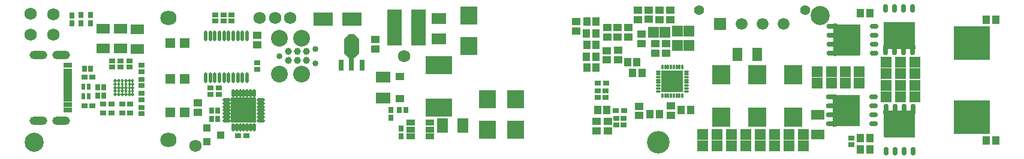
<source format=gbr>
%TF.GenerationSoftware,Altium Limited,Altium Designer,19.0.15 (446)*%
G04 Layer_Color=8388736*
%FSLAX26Y26*%
%MOIN*%
%TF.FileFunction,Soldermask,Top*%
%TF.Part,Single*%
G01*
G75*
%TA.AperFunction,ComponentPad*%
%ADD71C,0.093504*%
%ADD72C,0.033465*%
%ADD73O,0.090551X0.078740*%
%TA.AperFunction,ViaPad*%
%ADD77C,0.018000*%
%TA.AperFunction,ComponentPad*%
G04:AMPARAMS|DCode=81|XSize=47.37mil|YSize=98.551mil|CornerRadius=23.685mil|HoleSize=0mil|Usage=FLASHONLY|Rotation=270.000|XOffset=0mil|YOffset=0mil|HoleType=Round|Shape=RoundedRectangle|*
%AMROUNDEDRECTD81*
21,1,0.047370,0.051181,0,0,270.0*
21,1,0.000000,0.098551,0,0,270.0*
1,1,0.047370,-0.025591,0.000000*
1,1,0.047370,-0.025591,0.000000*
1,1,0.047370,0.025591,0.000000*
1,1,0.047370,0.025591,0.000000*
%
%ADD81ROUNDEDRECTD81*%
%ADD82C,0.065843*%
%ADD83C,0.056000*%
%ADD84R,0.065843X0.065843*%
%TA.AperFunction,ViaPad*%
%ADD85C,0.106425*%
%ADD86C,0.068000*%
%TA.AperFunction,ComponentPad*%
%ADD87C,0.068000*%
%ADD88C,0.126110*%
%TA.AperFunction,NonConductor*%
%ADD98C,0.028000*%
%TA.AperFunction,ConnectorPad*%
%ADD99R,0.047370X0.031622*%
%ADD100R,0.047370X0.019811*%
%TA.AperFunction,SMDPad,CuDef*%
%ADD101R,0.045402X0.041465*%
%ADD102R,0.063118X0.059181*%
%ADD103R,0.078866X0.059181*%
%ADD104R,0.047370X0.043433*%
%ADD105R,0.072961X0.055244*%
%ADD106R,0.078866X0.204850*%
%ADD107R,0.031622X0.063118*%
%ADD108R,0.031622X0.078866*%
%ADD109R,0.106425X0.074929*%
%ADD110R,0.031622X0.037528*%
%TA.AperFunction,BGAPad,CuDef*%
%ADD111C,0.039496*%
%TA.AperFunction,SMDPad,CuDef*%
%ADD112R,0.092646X0.104457*%
%ADD113R,0.145795X0.100520*%
%ADD114O,0.021654X0.059055*%
%ADD115O,0.011811X0.031496*%
%ADD116O,0.031496X0.011811*%
%ADD117R,0.122047X0.122047*%
%TA.AperFunction,BGAPad,CuDef*%
%ADD118C,0.018236*%
%TA.AperFunction,SMDPad,CuDef*%
%ADD119R,0.045402X0.033591*%
%ADD120R,0.037528X0.031622*%
%ADD121R,0.033197X0.031622*%
%ADD122R,0.059181X0.063118*%
%ADD123O,0.063118X0.027685*%
%ADD124O,0.047370X0.027685*%
%ADD125R,0.043433X0.047370*%
%ADD126R,0.104457X0.108394*%
%ADD127R,0.041465X0.045402*%
%ADD128O,0.027685X0.063118*%
%ADD129O,0.027685X0.047370*%
%ADD130R,0.055244X0.072961*%
%ADD131R,0.204850X0.185165*%
%ADD132R,0.023748X0.035559*%
%ADD133R,0.043433X0.039496*%
%ADD134R,0.031622X0.033197*%
%ADD135R,0.055244X0.055244*%
%ADD136O,0.045402X0.019811*%
%ADD137O,0.019811X0.045402*%
%ADD138R,0.139890X0.139890*%
%ADD139R,0.059181X0.078866*%
%ADD140R,0.045402X0.043433*%
%TA.AperFunction,ComponentPad*%
%ADD141C,0.026000*%
G36*
X5370200Y1148344D02*
X5370715Y1148242D01*
X5371211Y1148074D01*
X5371681Y1147842D01*
X5372118Y1147550D01*
X5372512Y1147205D01*
X5372857Y1146810D01*
X5373149Y1146374D01*
X5373381Y1145904D01*
X5373549Y1145408D01*
X5373651Y1144893D01*
X5373686Y1144370D01*
Y1024052D01*
X5373731Y1023128D01*
X5374110Y1021221D01*
X5374817Y1019516D01*
X5375897Y1017899D01*
X5376584Y1017141D01*
X5376687Y1017012D01*
X5376794Y1016889D01*
X5376849Y1016808D01*
X5376910Y1016730D01*
X5376995Y1016589D01*
X5377086Y1016453D01*
X5377129Y1016365D01*
X5377180Y1016280D01*
X5377245Y1016129D01*
X5377318Y1015983D01*
X5377349Y1015890D01*
X5377389Y1015799D01*
X5377434Y1015641D01*
X5377486Y1015486D01*
X5377505Y1015390D01*
X5377532Y1015295D01*
X5377556Y1015133D01*
X5377588Y1014972D01*
X5377595Y1014874D01*
X5377609Y1014776D01*
X5377612Y1014612D01*
X5377623Y1014449D01*
Y1002638D01*
X5377588Y1002115D01*
X5377486Y1001600D01*
X5377318Y1001104D01*
X5377086Y1000634D01*
X5376794Y1000197D01*
X5376449Y999803D01*
X5376055Y999458D01*
X5375618Y999166D01*
X5375148Y998934D01*
X5374652Y998766D01*
X5374137Y998663D01*
X5373614Y998629D01*
X5200386D01*
X5199863Y998663D01*
X5199348Y998766D01*
X5198852Y998934D01*
X5198382Y999166D01*
X5197945Y999458D01*
X5197551Y999803D01*
X5197206Y1000197D01*
X5196914Y1000634D01*
X5196682Y1001104D01*
X5196514Y1001600D01*
X5196412Y1002115D01*
X5196377Y1002638D01*
Y1014447D01*
X5196377Y1014449D01*
X5196388Y1014614D01*
X5196391Y1014777D01*
X5196405Y1014873D01*
X5196411Y1014972D01*
X5196444Y1015134D01*
X5196467Y1015295D01*
X5196494Y1015389D01*
X5196514Y1015486D01*
X5196567Y1015642D01*
X5196611Y1015799D01*
X5196650Y1015889D01*
X5196682Y1015983D01*
X5196755Y1016131D01*
X5196820Y1016280D01*
X5196870Y1016364D01*
X5196914Y1016453D01*
X5197006Y1016590D01*
X5197090Y1016730D01*
X5197151Y1016807D01*
X5197206Y1016889D01*
X5197314Y1017012D01*
X5197416Y1017141D01*
X5198103Y1017899D01*
X5199183Y1019516D01*
X5199889Y1021221D01*
X5200269Y1023128D01*
X5200314Y1024053D01*
Y1144370D01*
X5200349Y1144893D01*
X5200451Y1145408D01*
X5200619Y1145904D01*
X5200851Y1146374D01*
X5201143Y1146810D01*
X5201488Y1147205D01*
X5201882Y1147550D01*
X5202319Y1147842D01*
X5202789Y1148074D01*
X5203285Y1148242D01*
X5203800Y1148344D01*
X5204323Y1148379D01*
X5369677D01*
X5370200Y1148344D01*
D02*
G37*
G36*
X4936614Y1139612D02*
X4936776Y1139609D01*
X4936873Y1139595D01*
X4936972Y1139589D01*
X4937134Y1139556D01*
X4937295Y1139532D01*
X4937389Y1139505D01*
X4937486Y1139486D01*
X4937642Y1139433D01*
X4937799Y1139388D01*
X4937889Y1139350D01*
X4937983Y1139318D01*
X4938131Y1139245D01*
X4938280Y1139180D01*
X4938364Y1139130D01*
X4938453Y1139086D01*
X4938590Y1138994D01*
X4938730Y1138910D01*
X4938807Y1138849D01*
X4938889Y1138794D01*
X4939012Y1138686D01*
X4939141Y1138584D01*
X4939899Y1137897D01*
X4941516Y1136817D01*
X4943221Y1136111D01*
X4945128Y1135731D01*
X4946052Y1135686D01*
X5066370D01*
X5066893Y1135651D01*
X5067408Y1135549D01*
X5067904Y1135381D01*
X5068374Y1135149D01*
X5068810Y1134857D01*
X5069205Y1134512D01*
X5069550Y1134118D01*
X5069842Y1133681D01*
X5070074Y1133211D01*
X5070242Y1132715D01*
X5070344Y1132200D01*
X5070379Y1131677D01*
Y966323D01*
X5070344Y965800D01*
X5070242Y965285D01*
X5070074Y964789D01*
X5069842Y964318D01*
X5069550Y963883D01*
X5069205Y963488D01*
X5068810Y963143D01*
X5068374Y962851D01*
X5067904Y962619D01*
X5067408Y962451D01*
X5066893Y962348D01*
X5066370Y962314D01*
X4946053D01*
X4945128Y962269D01*
X4943221Y961889D01*
X4941516Y961183D01*
X4939899Y960102D01*
X4939141Y959416D01*
X4939012Y959313D01*
X4938889Y959206D01*
X4938808Y959151D01*
X4938730Y959090D01*
X4938589Y959005D01*
X4938453Y958914D01*
X4938365Y958871D01*
X4938280Y958820D01*
X4938129Y958755D01*
X4937983Y958682D01*
X4937890Y958651D01*
X4937799Y958611D01*
X4937641Y958566D01*
X4937486Y958514D01*
X4937390Y958495D01*
X4937295Y958467D01*
X4937133Y958443D01*
X4936972Y958411D01*
X4936874Y958405D01*
X4936776Y958390D01*
X4936612Y958388D01*
X4936449Y958377D01*
X4924638Y958377D01*
X4924115Y958412D01*
X4923600Y958514D01*
X4923104Y958682D01*
X4922633Y958914D01*
X4922198Y959206D01*
X4921803Y959551D01*
X4921458Y959946D01*
X4921166Y960381D01*
X4920934Y960852D01*
X4920766Y961348D01*
X4920663Y961863D01*
X4920629Y962386D01*
Y1135614D01*
X4920663Y1136137D01*
X4920766Y1136652D01*
X4920934Y1137148D01*
X4921166Y1137619D01*
X4921458Y1138054D01*
X4921803Y1138449D01*
X4922198Y1138794D01*
X4922633Y1139086D01*
X4923104Y1139318D01*
X4923600Y1139486D01*
X4924115Y1139589D01*
X4924638Y1139623D01*
X4936449D01*
X4936614Y1139612D01*
D02*
G37*
G36*
X2254334Y1081399D02*
X2254849Y1081297D01*
X2255345Y1081129D01*
X2255815Y1080897D01*
X2256251Y1080605D01*
X2256646Y1080260D01*
X2282236Y1054669D01*
X2282582Y1054275D01*
X2282873Y1053839D01*
X2283105Y1053369D01*
X2283274Y1052872D01*
X2283376Y1052358D01*
X2283410Y1051835D01*
Y977032D01*
X2283376Y976508D01*
X2283274Y975994D01*
X2283105Y975497D01*
X2282873Y975027D01*
X2282582Y974591D01*
X2282236Y974197D01*
X2256646Y948606D01*
X2256251Y948261D01*
X2255815Y947970D01*
X2255345Y947737D01*
X2254849Y947569D01*
X2254334Y947467D01*
X2253811Y947432D01*
X2230189D01*
X2229666Y947467D01*
X2229151Y947569D01*
X2228655Y947737D01*
X2228185Y947970D01*
X2227749Y948261D01*
X2227354Y948606D01*
X2201764Y974197D01*
X2201418Y974591D01*
X2201127Y975027D01*
X2200895Y975497D01*
X2200726Y975994D01*
X2200624Y976508D01*
X2200590Y977032D01*
Y1051835D01*
X2200624Y1052358D01*
X2200726Y1052872D01*
X2200895Y1053369D01*
X2201127Y1053839D01*
X2201418Y1054275D01*
X2201764Y1054669D01*
X2227354Y1080260D01*
X2227749Y1080605D01*
X2228185Y1080897D01*
X2228655Y1081129D01*
X2229151Y1081297D01*
X2229666Y1081399D01*
X2230189Y1081434D01*
X2253811D01*
X2254334Y1081399D01*
D02*
G37*
G36*
X4933614Y745612D02*
X4933776Y745609D01*
X4933873Y745595D01*
X4933972Y745588D01*
X4934134Y745556D01*
X4934295Y745532D01*
X4934389Y745505D01*
X4934486Y745486D01*
X4934642Y745433D01*
X4934799Y745388D01*
X4934889Y745350D01*
X4934983Y745318D01*
X4935131Y745245D01*
X4935280Y745180D01*
X4935364Y745130D01*
X4935453Y745086D01*
X4935590Y744994D01*
X4935730Y744910D01*
X4935807Y744849D01*
X4935889Y744794D01*
X4936012Y744686D01*
X4936141Y744584D01*
X4936899Y743897D01*
X4938516Y742817D01*
X4940221Y742111D01*
X4942128Y741731D01*
X4943052Y741686D01*
X5063370D01*
X5063893Y741652D01*
X5064408Y741549D01*
X5064904Y741381D01*
X5065374Y741149D01*
X5065810Y740857D01*
X5066205Y740512D01*
X5066550Y740117D01*
X5066842Y739682D01*
X5067074Y739211D01*
X5067242Y738715D01*
X5067344Y738200D01*
X5067379Y737677D01*
Y572323D01*
X5067344Y571800D01*
X5067242Y571285D01*
X5067074Y570789D01*
X5066842Y570318D01*
X5066550Y569883D01*
X5066205Y569488D01*
X5065810Y569143D01*
X5065374Y568851D01*
X5064904Y568619D01*
X5064408Y568451D01*
X5063893Y568348D01*
X5063370Y568314D01*
X4943053D01*
X4942128Y568269D01*
X4940221Y567889D01*
X4938516Y567183D01*
X4936899Y566102D01*
X4936141Y565416D01*
X4936012Y565313D01*
X4935889Y565206D01*
X4935808Y565151D01*
X4935730Y565090D01*
X4935589Y565005D01*
X4935453Y564914D01*
X4935365Y564871D01*
X4935280Y564820D01*
X4935129Y564755D01*
X4934983Y564682D01*
X4934890Y564651D01*
X4934799Y564611D01*
X4934641Y564566D01*
X4934486Y564514D01*
X4934390Y564495D01*
X4934295Y564467D01*
X4934133Y564443D01*
X4933972Y564411D01*
X4933874Y564405D01*
X4933776Y564390D01*
X4933612Y564388D01*
X4933449Y564377D01*
X4921638Y564377D01*
X4921115Y564412D01*
X4920600Y564514D01*
X4920104Y564682D01*
X4919633Y564914D01*
X4919198Y565206D01*
X4918803Y565551D01*
X4918458Y565946D01*
X4918166Y566381D01*
X4917934Y566852D01*
X4917766Y567348D01*
X4917663Y567863D01*
X4917629Y568386D01*
Y741614D01*
X4917663Y742137D01*
X4917766Y742652D01*
X4917934Y743148D01*
X4918166Y743619D01*
X4918458Y744054D01*
X4918803Y744449D01*
X4919198Y744794D01*
X4919633Y745086D01*
X4920104Y745318D01*
X4920600Y745486D01*
X4921115Y745588D01*
X4921638Y745623D01*
X4933449D01*
X4933614Y745612D01*
D02*
G37*
G36*
X5375137Y655337D02*
X5375652Y655234D01*
X5376148Y655066D01*
X5376618Y654834D01*
X5377055Y654542D01*
X5377449Y654197D01*
X5377794Y653803D01*
X5378086Y653366D01*
X5378318Y652896D01*
X5378486Y652400D01*
X5378588Y651885D01*
X5378623Y651362D01*
Y639551D01*
Y639551D01*
X5378612Y639386D01*
X5378609Y639223D01*
X5378595Y639127D01*
X5378588Y639028D01*
X5378556Y638866D01*
X5378532Y638705D01*
X5378506Y638611D01*
X5378486Y638514D01*
X5378433Y638358D01*
X5378388Y638201D01*
X5378350Y638111D01*
X5378318Y638017D01*
X5378245Y637869D01*
X5378180Y637720D01*
X5378130Y637635D01*
X5378086Y637547D01*
X5377994Y637410D01*
X5377910Y637270D01*
X5377849Y637193D01*
X5377794Y637111D01*
X5377686Y636987D01*
X5377584Y636859D01*
X5376897Y636101D01*
X5375817Y634484D01*
X5375110Y632779D01*
X5374731Y630872D01*
X5374686Y629947D01*
Y509630D01*
X5374651Y509107D01*
X5374549Y508592D01*
X5374381Y508096D01*
X5374149Y507626D01*
X5373857Y507190D01*
X5373512Y506795D01*
X5373118Y506450D01*
X5372681Y506158D01*
X5372211Y505926D01*
X5371715Y505758D01*
X5371200Y505656D01*
X5370677Y505621D01*
X5205323D01*
X5204800Y505656D01*
X5204285Y505758D01*
X5203789Y505926D01*
X5203319Y506158D01*
X5202882Y506450D01*
X5202488Y506795D01*
X5202143Y507190D01*
X5201851Y507626D01*
X5201619Y508096D01*
X5201451Y508592D01*
X5201349Y509107D01*
X5201314Y509630D01*
Y629947D01*
X5201269Y630872D01*
X5200890Y632779D01*
X5200183Y634484D01*
X5199102Y636101D01*
X5198416Y636859D01*
X5198313Y636988D01*
X5198206Y637111D01*
X5198151Y637192D01*
X5198090Y637270D01*
X5198005Y637411D01*
X5197914Y637547D01*
X5197871Y637635D01*
X5197820Y637720D01*
X5197755Y637871D01*
X5197682Y638017D01*
X5197651Y638110D01*
X5197611Y638201D01*
X5197566Y638359D01*
X5197514Y638514D01*
X5197494Y638610D01*
X5197467Y638705D01*
X5197444Y638867D01*
X5197411Y639028D01*
X5197405Y639126D01*
X5197391Y639223D01*
X5197388Y639388D01*
X5197377Y639551D01*
X5197377Y651362D01*
X5197412Y651885D01*
X5197514Y652400D01*
X5197682Y652896D01*
X5197914Y653366D01*
X5198206Y653803D01*
X5198551Y654197D01*
X5198945Y654542D01*
X5199382Y654834D01*
X5199852Y655066D01*
X5200348Y655234D01*
X5200863Y655337D01*
X5201386Y655371D01*
X5374614D01*
X5375137Y655337D01*
D02*
G37*
D71*
X1840000Y858000D02*
D03*
X1965000D02*
D03*
Y1058000D02*
D03*
X1840000D02*
D03*
D72*
Y958000D02*
D03*
X2040000Y998000D02*
D03*
Y918000D02*
D03*
D73*
X1222819Y1170551D02*
D03*
Y489449D02*
D03*
D77*
X986000Y762685D02*
D03*
X1005685Y762370D02*
D03*
X1025370Y762685D02*
D03*
X1005685Y802055D02*
D03*
Y782370D02*
D03*
X1025370Y821740D02*
D03*
X986000Y802055D02*
D03*
X966315D02*
D03*
X946630D02*
D03*
X966315Y821740D02*
D03*
X946630Y762685D02*
D03*
D81*
X626016Y965000D02*
D03*
X502000D02*
D03*
X626016Y598858D02*
D03*
X502000D02*
D03*
D82*
X4645221Y1138000D02*
D03*
X4527110D02*
D03*
X4409000D02*
D03*
D83*
X4763331Y1215165D02*
D03*
X4172780D02*
D03*
D84*
X4290890Y1138000D02*
D03*
D85*
X476000Y476000D02*
D03*
X4846000Y1183000D02*
D03*
D86*
X1375000Y458035D02*
D03*
D87*
X458000Y1077441D02*
D03*
Y1193000D02*
D03*
X584000Y1191964D02*
D03*
X2534000Y957000D02*
D03*
X584000Y1077441D02*
D03*
X1900000Y1172000D02*
D03*
X1817000D02*
D03*
X1729000D02*
D03*
D88*
X3947922Y477000D02*
D03*
D98*
X4777331Y1215165D02*
G03*
X4777331Y1215165I-14000J0D01*
G01*
D99*
X663417Y906338D02*
D03*
Y874842D02*
D03*
Y689016D02*
D03*
Y657520D02*
D03*
D100*
Y850827D02*
D03*
Y831142D02*
D03*
Y811457D02*
D03*
Y791772D02*
D03*
Y772087D02*
D03*
Y752402D02*
D03*
Y732716D02*
D03*
Y713032D02*
D03*
D101*
X1388000Y696591D02*
D03*
Y645409D02*
D03*
X3661417Y937819D02*
D03*
Y989000D02*
D03*
X3931000Y975409D02*
D03*
Y1026591D02*
D03*
X4017046Y679591D02*
D03*
Y628409D02*
D03*
X3840575Y678591D02*
D03*
Y627409D02*
D03*
X3665731Y541760D02*
D03*
Y592941D02*
D03*
X3893000Y1214304D02*
D03*
Y1163123D02*
D03*
X3855000Y1079591D02*
D03*
Y1028409D02*
D03*
X3604282Y593181D02*
D03*
Y542000D02*
D03*
X3780000Y1116023D02*
D03*
Y1064842D02*
D03*
X3662561Y1064842D02*
D03*
Y1116023D02*
D03*
X3990000Y975409D02*
D03*
Y1026591D02*
D03*
X1716000Y1072591D02*
D03*
Y1021409D02*
D03*
D102*
X5213641Y793000D02*
D03*
Y730008D02*
D03*
X4832000Y809053D02*
D03*
Y872045D02*
D03*
X5373547Y730008D02*
D03*
Y793000D02*
D03*
X5293547Y730008D02*
D03*
Y793000D02*
D03*
X4986094Y808508D02*
D03*
Y871500D02*
D03*
X4909094Y808508D02*
D03*
Y871500D02*
D03*
X5213641Y924041D02*
D03*
Y861049D02*
D03*
X5293641Y924041D02*
D03*
Y861049D02*
D03*
X5373641Y924041D02*
D03*
Y861049D02*
D03*
X5063000Y808053D02*
D03*
Y871045D02*
D03*
X4752906Y458035D02*
D03*
Y521027D02*
D03*
X4672906Y458035D02*
D03*
Y521027D02*
D03*
X4592906Y458035D02*
D03*
Y521027D02*
D03*
X4512906Y458035D02*
D03*
Y521027D02*
D03*
X4432906Y458035D02*
D03*
Y521027D02*
D03*
X4352906Y458035D02*
D03*
Y521027D02*
D03*
X4272906Y458035D02*
D03*
Y521027D02*
D03*
X4192906Y458035D02*
D03*
Y521027D02*
D03*
D103*
X2726000Y1053913D02*
D03*
Y1168087D02*
D03*
X2416000Y839457D02*
D03*
Y725284D02*
D03*
D104*
X2374000Y997425D02*
D03*
Y1050575D02*
D03*
X3723384Y936425D02*
D03*
Y989575D02*
D03*
X3489000Y1096425D02*
D03*
Y1149575D02*
D03*
X3953000Y1162139D02*
D03*
Y1215288D02*
D03*
X4014000D02*
D03*
Y1162139D02*
D03*
X3833000D02*
D03*
Y1215288D02*
D03*
X3721000Y1064425D02*
D03*
Y1117575D02*
D03*
D105*
X1052000Y998882D02*
D03*
Y1109118D02*
D03*
X956000Y999882D02*
D03*
Y1110118D02*
D03*
X860000Y999882D02*
D03*
Y1110118D02*
D03*
X4833000Y520882D02*
D03*
Y631118D02*
D03*
D106*
X2479071Y1118000D02*
D03*
X2612929D02*
D03*
D107*
X2301055Y908134D02*
D03*
X2182945D02*
D03*
D108*
X2242000Y916008D02*
D03*
D109*
X2085260Y1163622D02*
D03*
X2242740D02*
D03*
D110*
X688000Y1140000D02*
D03*
Y1185276D02*
D03*
X789421Y1141724D02*
D03*
Y1187000D02*
D03*
X738000Y1186063D02*
D03*
Y1140787D02*
D03*
X2517000Y555638D02*
D03*
Y510362D02*
D03*
X2459000Y613221D02*
D03*
Y658496D02*
D03*
D111*
X1940000Y983000D02*
D03*
X1990000Y933000D02*
D03*
X1940000D02*
D03*
X1890000Y983000D02*
D03*
Y933000D02*
D03*
X1990000Y983000D02*
D03*
D112*
X2997780Y716567D02*
D03*
Y547276D02*
D03*
X3155260Y716291D02*
D03*
Y547000D02*
D03*
X2895000Y1184646D02*
D03*
Y1015354D02*
D03*
D113*
X2726189Y672016D02*
D03*
Y908236D02*
D03*
D114*
X1660905Y1070156D02*
D03*
X1635315D02*
D03*
X1609724D02*
D03*
X1584134D02*
D03*
X1558543D02*
D03*
X1532953D02*
D03*
X1507362D02*
D03*
X1481772D02*
D03*
X1456181D02*
D03*
X1430590D02*
D03*
X1660905Y837872D02*
D03*
X1635315D02*
D03*
X1609724D02*
D03*
X1584134D02*
D03*
X1558543D02*
D03*
X1532953D02*
D03*
X1507362D02*
D03*
X1481772D02*
D03*
X1456181D02*
D03*
X1430590D02*
D03*
D115*
X4080394Y896850D02*
D03*
X4064646D02*
D03*
X4048898D02*
D03*
X4033150D02*
D03*
X4017402D02*
D03*
X4001653D02*
D03*
X3985905D02*
D03*
X3970157D02*
D03*
Y737402D02*
D03*
X3985905D02*
D03*
X4001653D02*
D03*
X4017402D02*
D03*
X4033150D02*
D03*
X4048898D02*
D03*
X4064646D02*
D03*
X4080394D02*
D03*
D116*
X3945551Y872244D02*
D03*
Y856496D02*
D03*
Y840748D02*
D03*
Y825000D02*
D03*
Y809252D02*
D03*
Y793504D02*
D03*
Y777756D02*
D03*
Y762008D02*
D03*
X4105000D02*
D03*
Y777756D02*
D03*
Y793504D02*
D03*
Y809252D02*
D03*
Y825000D02*
D03*
Y840748D02*
D03*
Y856496D02*
D03*
Y872244D02*
D03*
D117*
X4025276Y817126D02*
D03*
D118*
X1025370Y743000D02*
D03*
X1005685D02*
D03*
X986000D02*
D03*
X966315D02*
D03*
X946630D02*
D03*
X926945D02*
D03*
X966315Y762685D02*
D03*
X926945D02*
D03*
X1025370Y782370D02*
D03*
X986000D02*
D03*
X966315D02*
D03*
X946630D02*
D03*
X926945D02*
D03*
X1025370Y802055D02*
D03*
X926945D02*
D03*
X1005685Y821740D02*
D03*
X986000D02*
D03*
X946630D02*
D03*
X926945D02*
D03*
D119*
X2677134Y588370D02*
D03*
Y549000D02*
D03*
Y509630D02*
D03*
X2568866D02*
D03*
Y549000D02*
D03*
Y588370D02*
D03*
D120*
X3610362Y808323D02*
D03*
X3655638D02*
D03*
X3710362Y653000D02*
D03*
X3755638D02*
D03*
X756724Y839678D02*
D03*
X802000D02*
D03*
X755945Y681678D02*
D03*
X801220D02*
D03*
X1611362Y514000D02*
D03*
X1656638D02*
D03*
X965567Y641016D02*
D03*
X1010842D02*
D03*
X965528Y691016D02*
D03*
X1010803D02*
D03*
X861945Y641016D02*
D03*
X907221D02*
D03*
X861945Y691016D02*
D03*
X907221D02*
D03*
D121*
X3610000Y763000D02*
D03*
Y728354D02*
D03*
X3754242Y610189D02*
D03*
Y575543D02*
D03*
X5021000Y500000D02*
D03*
Y465354D02*
D03*
X3712402Y610189D02*
D03*
Y575543D02*
D03*
X3655028Y763000D02*
D03*
Y728354D02*
D03*
X1718000Y885677D02*
D03*
Y920323D02*
D03*
X1072582Y793355D02*
D03*
Y828001D02*
D03*
X958582Y932001D02*
D03*
Y897355D02*
D03*
X1073000Y905811D02*
D03*
Y871165D02*
D03*
X1503748Y744731D02*
D03*
Y779376D02*
D03*
X1458748Y744731D02*
D03*
Y779376D02*
D03*
X1575472Y1187713D02*
D03*
Y1153068D02*
D03*
X1530472Y1187713D02*
D03*
Y1153068D02*
D03*
X1485472Y1187713D02*
D03*
Y1153068D02*
D03*
X1005685Y897677D02*
D03*
Y932323D02*
D03*
X911582Y897355D02*
D03*
Y932001D02*
D03*
X1072582Y750323D02*
D03*
Y715677D02*
D03*
Y672323D02*
D03*
Y637677D02*
D03*
D122*
X3983496Y1092000D02*
D03*
X3920504D02*
D03*
X4055504Y1096000D02*
D03*
X4118496D02*
D03*
X4055504Y1019000D02*
D03*
X4118496D02*
D03*
D123*
X4911795Y580000D02*
D03*
Y630000D02*
D03*
Y680000D02*
D03*
Y730000D02*
D03*
X4914795Y974000D02*
D03*
Y1024000D02*
D03*
Y1074000D02*
D03*
Y1124000D02*
D03*
D124*
X5144079Y730000D02*
D03*
Y680000D02*
D03*
Y630000D02*
D03*
Y580000D02*
D03*
X5147079Y1124000D02*
D03*
Y1074000D02*
D03*
Y1024000D02*
D03*
Y974000D02*
D03*
D125*
X5122575Y500000D02*
D03*
X5069425D02*
D03*
X4127575Y656575D02*
D03*
X4074425D02*
D03*
X3548425Y1085000D02*
D03*
X3601575D02*
D03*
X3548425Y954252D02*
D03*
X3601575D02*
D03*
X5070425Y437000D02*
D03*
X5123575D02*
D03*
X5071425Y1197000D02*
D03*
X5124575D02*
D03*
X5823575Y486000D02*
D03*
X5770425D02*
D03*
X5824575Y1162000D02*
D03*
X5771425D02*
D03*
X3954575Y633236D02*
D03*
X3901425D02*
D03*
D126*
X4496000Y855000D02*
D03*
Y616811D02*
D03*
X4296000Y855095D02*
D03*
Y616905D02*
D03*
X4696000D02*
D03*
Y855095D02*
D03*
D127*
X3549409Y892598D02*
D03*
X3600590D02*
D03*
X3549409Y1150000D02*
D03*
X3600590D02*
D03*
X3609140Y657000D02*
D03*
X3660321D02*
D03*
X3600394Y1019685D02*
D03*
X3549213D02*
D03*
X3827591Y925000D02*
D03*
X3776410D02*
D03*
X3856591Y863000D02*
D03*
X3805410D02*
D03*
D128*
X5213000Y661205D02*
D03*
X5263000D02*
D03*
X5313000D02*
D03*
X5363000D02*
D03*
X5362000Y992795D02*
D03*
X5312000D02*
D03*
X5262000D02*
D03*
X5212000D02*
D03*
D129*
X5363000Y428921D02*
D03*
X5313000D02*
D03*
X5263000D02*
D03*
X5213000D02*
D03*
X5212000Y1225079D02*
D03*
X5262000D02*
D03*
X5312000D02*
D03*
X5362000D02*
D03*
D130*
X4497631Y968928D02*
D03*
X4387395D02*
D03*
D131*
X5690000Y618307D02*
D03*
Y1031693D02*
D03*
D132*
X779362Y732678D02*
D03*
X751803D02*
D03*
X779362Y788103D02*
D03*
X751803D02*
D03*
D133*
X1515370Y519000D02*
D03*
X1436630Y481599D02*
D03*
Y556402D02*
D03*
D134*
X791370Y888000D02*
D03*
X756724D02*
D03*
X1462246Y652637D02*
D03*
X1496891D02*
D03*
X1462246Y607637D02*
D03*
X1496891D02*
D03*
X864905Y783678D02*
D03*
X830260D02*
D03*
X864905Y737340D02*
D03*
X830260D02*
D03*
X2508677Y657000D02*
D03*
X2543323D02*
D03*
D135*
X1315339Y830000D02*
D03*
X1232661D02*
D03*
X1315339Y645000D02*
D03*
X1232661D02*
D03*
X1315339Y1031000D02*
D03*
X1232661D02*
D03*
D136*
X1547512Y715055D02*
D03*
Y695370D02*
D03*
Y675685D02*
D03*
Y656000D02*
D03*
Y636315D02*
D03*
Y616630D02*
D03*
Y596945D02*
D03*
X1736488D02*
D03*
Y616630D02*
D03*
Y636315D02*
D03*
Y656000D02*
D03*
Y675685D02*
D03*
Y695370D02*
D03*
Y715055D02*
D03*
D137*
X1582945Y561512D02*
D03*
X1602630D02*
D03*
X1622315D02*
D03*
X1642000D02*
D03*
X1661685D02*
D03*
X1681370D02*
D03*
X1701055D02*
D03*
Y750488D02*
D03*
X1681370D02*
D03*
X1661685D02*
D03*
X1642000D02*
D03*
X1622315D02*
D03*
X1602630D02*
D03*
X1582945D02*
D03*
D138*
X1642000Y656000D02*
D03*
D139*
X2861087Y572000D02*
D03*
X2746913D02*
D03*
D140*
X2509000Y845322D02*
D03*
Y721307D02*
D03*
D141*
X4068583Y860433D02*
D03*
Y773819D02*
D03*
X3981968Y860433D02*
D03*
Y773819D02*
D03*
X4025276Y860433D02*
D03*
X4068583Y817126D02*
D03*
X3981968D02*
D03*
X4025276Y774803D02*
D03*
%TF.MD5,1bf882ef32065a61ddd0f713747cdeee*%
M02*

</source>
